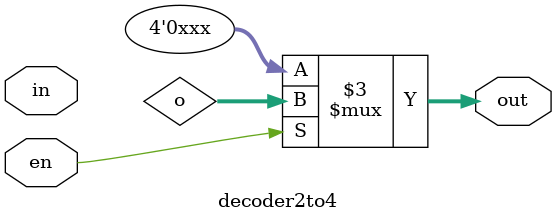
<source format=v>
`timescale 1ns / 1ps

module decoder2to4(
    input [1:0] in,
    input en,
    output reg [3:0] out
    );
    wire [3:0] o;
    wire [1:0] g;
    wire [3:0] j;
    
    // Inverters
    not_gate n1 (.c(g[0]), .a(in[0]));
    not_gate n2 (.c(g[1]), .a(in[1]));
    
    // AND gates
    and_gate a1 (.C(j[0]), .A(g[0]), .B(g[1]));
    and_gate a2 (.C(j[1]), .A(g[0]), .B(in[1]));
    and_gate a3 (.C(j[2]), .A(in[0]), .B(g[1]));
    and_gate a4 (.C(j[3]), .A(in[0]), .B(in[1]));
    
    // Output and enable logic
    initial
    begin
        if (en)
        begin
            out = o;
        end
        else
        begin
            out = 3'bx;
        end
    end
    
endmodule

//module decoder2to4(
//    input [1:0] in,
//    input en,
//    output [3:0] out
//    );
    
//    wire [1:0] g;
//    wire [3:0] j;
    
//    // Inverters
//    not #(2) n1 (in[0], g[0]);
//    not #(2) n2 (in[1], g[1]);
    
//    // AND gates
//    and #(2) a1 (g[0], g[1], j[0]);
//    and #(2) a2 (g[0], in[1], j[1]);
//    and #(2) a3 (in[0], g[1], j[2]);
//    and #(2) a4 (in[0], in[1], j[3]);
    
//    // Output and enable logic
//    assign out = (en) ? j : 4'b0;
    
//endmodule


</source>
